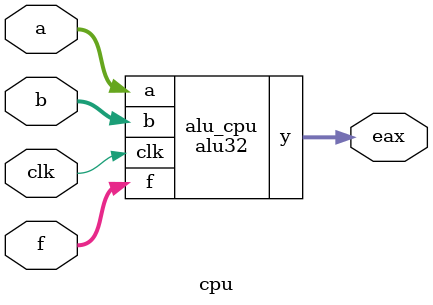
<source format=v>
`include "../basic.v"

module fadder (input a, input b, input cin, output cout, output s);
   
   assign s = a ^ b ^ cin;
   assign cout = (a & b) | (a & cin) | (b & cin);

endmodule

module fadder_N #(parameter N=32) (input [N-1:0]a, input [N-1:0]b, output [N-1:0]s);
/* ripple carry adder */

    wire [N-1:0]cout;

    genvar i;

    fadder fa0 (a[0], b[0], 1'b0, cout[0], s[0]);

    generate
        for (i = 1;i < N;i = i + 1) begin
            fadder fa (a[i], b[i], cout[i-1], cout[i], s[i]);
        end
    endgenerate
endmodule

module adder_la4_module (input [3:0]a, input [3:0]b, input cin, output cout, output [3:0]s);

    wire [3:0]c0;
    wire [3:0]g;
    wire [3:0]p;
    wire [3:0]cout0;

    assign g = a & b;
    assign p = a | b;
    assign c0 = {g[2] | (p[2] & c0[2]), g[1] | (p[1] & c0[1]), g[0] | (p[0] & c0[0]), cin};
    assign cout = g[3] | (p[3] & c0[3]);

    genvar i;
    generate
        for (i = 0;i < 4;i = i + 1) begin
            fadder fa (a[i], b[i], c0[i], cout0[i], s[i]);
        end
    endgenerate

endmodule

module adder_la4 #(parameter N=32) (input [N-1:0]a, input [N-1:0]b, input cin, output cout, output [N-1:0]s);
/* lookahead carry adder */

    wire cout0[(N/4):0];
    assign cout0[0] = cin;

    genvar i;
    generate
        for (i = 0;i <= (N/4) - 1;i = i + 1) begin
            adder_la4_module a0 (a[(4*i)+3:i*4], b[(4*i)+3:i*4], cout0[i], cout0[i+1], s[(4*i)+3:i*4]);
        end
    endgenerate

    assign cout = cout0[(N/4)];

endmodule

module subtractor #(parameter N=32) (input [N-1:0]a, input [N-1:0]b, output [N-1:0]s);

    wire cout;
    adder_la4 #(.N(N)) a0 (a, ~b, 1'b1, cout, s);

endmodule

module comparator #(parameter N=32) (input [N-1:0]a, input [N-1:0]b, output y);

    wire [N-1:0]ab_xor = a ^ b;
    assign y = &(~ab_xor);

endmodule

module comparator_gt #(parameter N=32) (input [N-1:0]a, input [N-1:0]b, output gt);

    wire [N-1:0]sub;
    
    subtractor #(.N(N)) s0 (a,b,sub);

    assign gt = sub[N-1] ? 1'b0 : 1'b1;

endmodule

module mux2 #(parameter N=1) (input [N-1:0]a, input [N-1:0]b, input s, output [N-1:0]y);

    assign y = s ? a : b;

endmodule

module mux32 (input [31:0]a, input [4:0]r, output y);

    wire [15:0]m16;
    wire [7:0]m8;
    wire [3:0]m4;
    wire [1:0]m2;

    mux2 #(.N(16)) mux0 (a[31:16],a[15:0],r[4], m16);
    mux2 #(.N(8)) mux1 (m16[15:8],m16[7:0],r[3],m8);
    mux2 #(.N(4)) mux2 (m8[7:4],m8[3:0],r[2],m4);
    mux2 #(.N(2)) mux3 (m4[3:2],m4[1:0],r[1],m2);
    mux2 mux4 (m2[1],m2[0],r[0],y);

endmodule


module shl32 (input [31:0]a, input [4:0]r, output [31:0]y);

    wire [31:0]o;
    assign o = 'b0;

    mux32 mux (a,~r,y[31]);
    genvar i;
    generate
        for (i = 1;i < 32;i = i + 1) begin
            mux32 mux ({a[31-i:0],o[i-1:0]},~r,y[31-i]);
        end
    endgenerate

endmodule

module shr32 (input [31:0]a, input [4:0]r, output [31:0]y);

    wire [31:0]o;
    assign o = 'b0;

    mux32 mux (a,r,y[0]);
    genvar i;
    generate
        for (i = 1;i < 32;i = i + 1) begin
            mux32 mux ({a[31-i:0],o[i-1:0]},r,y[i]);
        end
    endgenerate
endmodule

module rol32 (input [31:0]a, input [4:0]r, output [31:0]y);

    mux32 mux (a,~r,y[31]);
    genvar i;
    generate
        for (i = 1;i < 32;i = i + 1) begin
            mux32 mux ({a[31-i:0],a[31:32-i]},~r,y[31-i]);
        end
    endgenerate
endmodule

module ror32 (input [31:0]a, input [4:0]r, output [31:0]y);

    wire [4:0]ro = r & 'b11110;
    mux32 mux (a,ro,y[31]);
    genvar i;
    generate
        for (i = 1;i < 32;i = i + 1) begin
            mux32 mux ({a[31-i:0],a[31:32-i]},ro,y[31-i]);
        end
    endgenerate
endmodule

module multiply32 (input [31:0]a, input [31:0]b, output [63:0]y);
/* N-bit multiplication produces 2N-bit output */

    assign y[0] = a[0] & b[0];
    wire [1024:0]cin;
    wire [1024:0]f;

    assign cin[0] = 1'b0;

    genvar i,j;
    generate
        for (i = 1;i < 32;i = i + 1) begin
            fadder fa (a[i] & b[0],a[i-1] & b[1],cin[i-1],cin[i],f[i-1]);
            assign y[i] = f[(i-1)*32];
            assign y[31+i] = f[(30*32)+i];
        end

        fadder fa (a[31] & b[1],1'b0,cin[31],cin[32],f[31]);

        for (i = 0;i < 30;i = i + 1) begin
            fadder f0 (a[0] & b[i+2],f[(i*32)+1],cin[0],cin[((i+1)*32)+1],f[(i+1)*32]);
            for (j = 0;j < 30;j = j + 1) begin
                fadder f0 (a[j+1] & b[i+2],f[(i*32)+j+2],cin[((i+1)*32)+j+1],cin[((i+1)*32)+j+2],f[((i+1)*32)+j+1]);
            end
            fadder f1 (a[31] & b[i+2],cin[(i*32)+32],cin[((i+1)*32)+31],cin[((i+1)*32)+32],f[((i+1)*32)+31]);
        end

        assign y[63] = cin[(30*32)+31];

    endgenerate

endmodule

module divider (input r, input b, input cin, input n, output cout, output r_next, output d);

    fadder fa (r,b,cin,cout,d);

    mux2 mux (r,d,n,r_next);

endmodule

module divide32 (input [31:0]a, input [31:0]b, output [31:0]y, output [31:0]remainder);

    wire [32*32:0]r;
    wire [32*32:0]cout;
    wire [31:0]n;
    wire [32*32:0]d;


    genvar i,j;
    generate
        for (i = 0;i < 32;i = i + 1) begin
        assign n[i] = d[(32*i)+31];
        assign y[31-i] = ~(d[(32*i)+31]);
    end

    divider div0 (a[31],~b[0],1'b1,n[0],cout[0],r[0],d[0]);
    for (i = 1;i < 32;i = i + 1) begin
        divider div1 (1'b0,~b[i],cout[i-1],n[0],cout[i],r[i],d[i]);
        divider div2 (a[31-i],~b[0],1'b1,n[i],cout[32*i],r[32*i],d[32*i]);
        for (j = 1;j < 32;j = j + 1) begin
            divider div3 (r[(32*(i-1))+j-1],~b[j],cout[(32*i)+j-1],n[i],cout[(32*i)+j],r[(32*i)+j],d[(32*i)+j]);
        end
    end
    
    endgenerate

    assign remainder = r[(31*32)+31:(31*32)];

endmodule

module counter (input clk, input rst, output [31:0]n);

    wire [31:0]q;
    wire [31:0]s;

    fadder_N fa ('b1,q,s);
    
    genvar i;
    generate
        for (i = 0;i < 32;i = i + 1) begin
            flip_flop ff (s[i],clk,rst,q[i]);
        end
    endgenerate

    assign n = q;

endmodule

module shift_register (input [7:0]d, input sin, input load, input clk, input rst, output sout, output [7:0]q);

    wire [7:0]mux_q;

    mux2 #(.N(8)) mux (d,{q[6:0],sin},load,mux_q);
    
    genvar i;
    generate
        for (i = 0;i < 8;i = i + 1) begin
            flip_flop ff (mux_q[i],clk,rst,q[i]);
        end
    endgenerate

    assign sout = q[7];

endmodule

module alu32 (input [31:0]a, input [31:0]b, input [3:0]f, input clk, output reg [31:0]y);

    wire [31:0]out0 = a & b;
    wire [31:0]out1 = a | b;
    wire [31:0]out2;
    wire out3;
    wire out4;

    subtractor s0 (a,b,out2);
    comparator comp0 (a,b,out3);
    comparator_gt comp_gt (a,b,out4);

    always @ (posedge clk) begin
        case (f)
            4'b00: y <= out0;
            4'b01: y <= out1;
            4'b10: y <= out2;
            4'b11: y <= out3;
            4'b100: y <= out4;
        endcase
    end
endmodule

module reg32 (input [31:0]d, input clk, output [31:0]q);

    genvar i;
    generate
        for (i = 0;i < 32;i = i + 1) begin
            flip_flop reg32_ff (d[i],clk,1'b0,q[i]);
        end
    endgenerate

endmodule

module cpu (input [3:0]f, input [31:0]a, input [31:0]b, input clk, output [31:0]eax);

    alu32 alu_cpu(a,b,f,clk,eax);

endmodule

</source>
